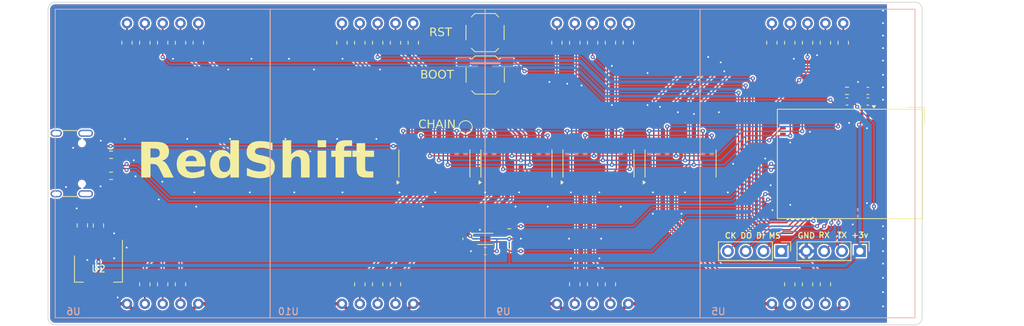
<source format=kicad_pcb>
(kicad_pcb (version 20240108) (generator "pcbnew") (generator_version "8.0")
  (layers (0 "F.Cu" signal) (31 "B.Cu" signal) (34 "B.Paste" user) (35 "F.Paste" user) (36 "B.SilkS" user "B.Silkscreen") (37 "F.SilkS" user "F.Silkscreen") (38 "B.Mask" user) (39 "F.Mask" user) (44 "Edge.Cuts" user))
  (net 0 "")
  (net 1 "RST")
  (net 2 "GND")
  (net 4 "+3V3")
  (net 5 "Net-(U6-F)")
  (net 7 "Net-(U5-B)")
  (net 9 "Net-(U5-C)")
  (net 10 "Net-(U11-QA)")
  (net 11 "Net-(U5-D)")
  (net 12 "Net-(U11-QB)")
  (net 13 "Net-(U5-E)")
  (net 14 "Net-(U11-QC)")
  (net 15 "Net-(U5-F)")
  (net 16 "Net-(U11-QD)")
  (net 17 "Net-(U5-G)")
  (net 18 "Net-(U5-DP)")
  (net 19 "Net-(U11-QE)")
  (net 20 "Net-(U6-A)")
  (net 21 "Net-(U11-QF)")
  (net 22 "Net-(U6-B)")
  (net 23 "Net-(U11-QG)")
  (net 24 "Net-(U6-C)")
  (net 25 "Net-(U13-QA)")
  (net 26 "Net-(U6-D)")
  (net 27 "Net-(U13-QB)")
  (net 28 "Net-(U6-E)")
  (net 29 "Net-(U13-QC)")
  (net 30 "Net-(U5-A)")
  (net 31 "Net-(U13-QD)")
  (net 32 "Net-(U6-G)")
  (net 33 "Net-(U6-DP)")
  (net 34 "Net-(U13-QE)")
  (net 35 "Net-(U9-A)")
  (net 36 "Net-(U13-QF)")
  (net 37 "Net-(U9-B)")
  (net 38 "Net-(U13-QG)")
  (net 39 "Net-(U9-C)")
  (net 40 "Net-(U12-QA)")
  (net 41 "Net-(U9-D)")
  (net 42 "Net-(U12-QB)")
  (net 43 "Net-(U9-E)")
  (net 44 "Net-(U12-QC)")
  (net 45 "Net-(U9-F)")
  (net 46 "Net-(U12-QD)")
  (net 47 "Net-(U9-G)")
  (net 48 "Net-(U9-DP)")
  (net 49 "Net-(U12-QE)")
  (net 50 "Net-(U10-A)")
  (net 51 "Net-(U12-QF)")
  (net 52 "Net-(U10-B)")
  (net 53 "Net-(U12-QG)")
  (net 54 "Net-(U10-G)")
  (net 55 "Net-(U10-DP)")
  (net 56 "Net-(U14-QA)")
  (net 57 "Net-(U10-F)")
  (net 58 "Net-(U14-QB)")
  (net 59 "Net-(U10-E)")
  (net 60 "Net-(U14-QC)")
  (net 61 "Net-(U10-D)")
  (net 62 "Net-(U14-QD)")
  (net 63 "Net-(U10-C)")
  (net 64 "Net-(J1-CC2)")
  (net 65 "Net-(J1-CC1)")
  (net 66 "VBUS")
  (net 67 "D+")
  (net 68 "D-")
  (net 69 "TMS")
  (net 70 "TDI")
  (net 71 "TDO")
  (net 72 "TCK")
  (net 73 "TX")
  (net 74 "RX")
  (net 75 "SDA")
  (net 76 "SCL")
  (net 81 "IO38")
  (net 82 "IO35")
  (net 83 "IO37")
  (net 84 "IO36")
  (net 85 "Net-(U14-QE)")
  (net 86 "Net-(U14-QF)")
  (net 87 "Net-(U14-QG)")
  (net 88 "BOOT")
  (net 89 "CHAIN")
  (net 91 "/Displays/TH")
  (net 92 "Latch")
  (net 93 "SRCLK")
  (net 94 "/Displays/OH")
  (net 97 "/Displays/TM")
  (net 99 "TIME_DATA")
  (net 120 "~{Brightness}")
  (footprint "Capacitor_SMD:C_0603_1608Metric" (layer "F.Cu") (at 259.5372 94.488 180)
    (property "Reference" "C3" (hide yes))
    (property "Value" "100n")
  )
  (footprint "Resistor_SMD:R_0805_2012Metric" (layer "F.Cu") (at 228.3968 86.106 90)
    (property "Reference" "R41" (hide yes))
    (property "Value" "100")
  )
  (footprint "Resistor_SMD:R_0603_1608Metric" (layer "F.Cu") (at 259.5372 92.964)
    (property "Reference" "R3" (hide yes))
    (property "Value" "10k")
  )
  (footprint "Resistor_SMD:R_0805_2012Metric" (layer "F.Cu") (at 167.1828 86.106 90)
    (property "Reference" "R27" (hide yes))
    (property "Value" "100" (hide yes))
  )
  (footprint "Resistor_SMD:R_0805_2012Metric" (layer "F.Cu") (at 162.1028 120.5484 -90)
    (property "Reference" "R24" (hide yes))
    (property "Value" "100")
  )
  (footprint "Resistor_SMD:R_0603_1608Metric" (layer "F.Cu") (at 154.7622 105.0798)
    (property "Reference" "R2" (hide yes))
    (property "Value" "5k1")
  )
  (footprint "Package_SO:SOIC-16_3.9x9.9mm_P1.27mm" (layer "F.Cu") (at 235.839 103.3272 90)
    (property "Reference" "U11" (hide yes))
    (property "Value" "74HC595")
  )
  (footprint "Resistor_SMD:R_0603_1608Metric" (layer "F.Cu") (at 154.7622 102.0826)
    (property "Reference" "R1" (hide yes))
    (property "Value" "5k1")
  )
  (footprint "Capacitor_SMD:C_0603_1608Metric" (layer "F.Cu") (at 262.509 94.488)
    (property "Reference" "C7" (hide yes))
    (property "Value" "100n")
  )
  (footprint "Resistor_SMD:R_0805_2012Metric" (layer "F.Cu") (at 197.7898 86.106 90)
    (property "Reference" "R49" (hide yes))
    (property "Value" "100")
  )
  (footprint "Button_Switch_SMD:SW_SPST_SKQG_WithStem" (layer "F.Cu") (at 208.0006 84.6582)
    (property "Reference" "SW2" (hide yes))
    (property "Value" "SW_Push")
  )
  (footprint "Resistor_SMD:R_0805_2012Metric" (layer "F.Cu") (at 192.7098 120.5484 -90)
    (property "Reference" "R46" (hide yes))
    (property "Value" "100")
  )
  (footprint "Resistor_SMD:R_0805_2012Metric" (layer "F.Cu") (at 253.9238 86.106 90)
    (property "Reference" "R20" (hide yes))
    (property "Value" "1000")
  )
  (footprint "Resistor_SMD:R_0805_2012Metric" (layer "F.Cu") (at 187.6298 86.106 90)
    (property "Reference" "R44" (hide yes))
    (property "Value" "100")
  )
  (footprint "Resistor_SMD:R_0805_2012Metric" (layer "F.Cu") (at 251.3838 120.5484 -90)
    (property "Reference" "R15" (hide yes))
    (property "Value" "100")
  )
  (footprint "Capacitor_SMD:C_0603_1608Metric" (layer "F.Cu") (at 262.509 92.964)
    (property "Reference" "C6" (hide yes))
    (property "Value" "22u")
  )
  (footprint "Package_SO:SOIC-16_3.9x9.9mm_P1.27mm" (layer "F.Cu") (at 212.471 103.3272 90)
    (property "Reference" "U14" (hide yes))
    (property "Value" "74HC595")
  )
  (footprint "Resistor_SMD:R_0805_2012Metric" (layer "F.Cu") (at 159.5628 86.106 90)
    (property "Reference" "R21" (hide yes))
    (property "Value" "100" (hide yes))
  )
  (footprint "Resistor_SMD:R_0805_2012Metric" (layer "F.Cu") (at 218.2368 86.106 90)
    (property "Reference" "R36" (hide yes))
    (property "Value" "100")
  )
  (footprint "Resistor_SMD:R_0805_2012Metric" (layer "F.Cu") (at 192.7098 86.106 90)
    (property "Reference" "R50" (hide yes))
    (property "Value" "1000")
  )
  (footprint "Resistor_SMD:R_0805_2012Metric" (layer "F.Cu") (at 251.3838 86.106 90)
    (property "Reference" "R13" (hide yes))
    (property "Value" "100")
  )
  (footprint "Resistor_SMD:R_0805_2012Metric" (layer "F.Cu") (at 159.5628 120.5484 -90)
    (property "Reference" "R23" (hide yes))
    (property "Value" "100")
  )
  (footprint "Capacitor_SMD:C_0603_1608Metric" (layer "F.Cu") (at 208.026 115.824 180)
    (property "Reference" "C5" (hide yes))
    (property "Value" "100n" (hide yes))
  )
  (footprint "Ian's Custom Components:WSOF6" (layer "F.Cu") (at 208.026 114.0714 -90)
    (property "Reference" "PD1" (hide yes))
    (property "Value" "BH1730" (hide yes))
  )
  (footprint "Package_TO_SOT_SMD:SOT-223-3_TabPin2" (layer "F.Cu") (at 152.9588 118.3386 -90)
    (property "Reference" "U2")
    (property "Value" "AMS1117-3.3")
  )
  (footprint "Connector_PinHeader_2.54mm:PinHeader_1x04_P2.54mm_Vertical" (layer "F.Cu") (at 250.19 115.824 -90)
    (property "Reference" "J3" (hide yes))
    (property "Value" "Conn_01x04" (hide yes))
  )
  (footprint "Capacitor_SMD:C_0805_2012Metric" (layer "F.Cu") (at 150.6728 112.1562 90)
    (property "Reference" "C1" (hide yes))
    (property "Value" "10u" (hide yes))
  )
  (footprint "Resistor_SMD:R_0805_2012Metric" (layer "F.Cu") (at 225.8568 86.106 90)
    (property "Reference" "R40" (hide yes))
    (property "Value" "100")
  )
  (footprint "TestPoint:TestPoint_Pad_D1.5mm" (layer "F.Cu") (at 205.232 98.171)
    (property "Reference" "TP1" (hide yes))
    (property "Value" "CHAIN")
  )
  (footprint "Connector_USB:USB_C_Receptacle_HRO_TYPE-C-31-M-12" (layer "F.Cu") (at 148.0046 103.3272 -90)
    (property "Reference" "J1" (hide yes))
    (property "Value" "USB_C_Receptacle_USB2.0")
  )
  (footprint "Resistor_SMD:R_0805_2012Metric" (layer "F.Cu") (at 256.4638 86.106 90)
    (property "Reference" "R18" (hide yes))
    (property "Value" "100")
  )
  (footprint "Resistor_SMD:R_0805_2012Metric" (layer "F.Cu") (at 248.8438 86.106 90)
    (property "Reference" "R14" (hide yes))
    (property "Value" "100")
  )
  (footprint "Resistor_SMD:R_0603_1608Metric" (layer "F.Cu") (at 211.455 113.157)
    (property "Reference" "R7" (hide yes))
    (property "Value" "4k7")
  )
  (footprint "Button_Switch_SMD:SW_SPST_SKQG_WithStem" (layer "F.Cu") (at 208.026 90.7034)
    (property "Reference" "SW1" (hide yes))
    (property "Value" "SW_Push")
  )
  (footprint "Capacitor_SMD:C_0805_2012Metric" (layer "F.Cu") (at 152.9588 112.1664 90)
    (property "Reference" "C2" (hide yes))
    (property "Value" "10u" (hide yes))
  )
  (footprint "Resistor_SMD:R_0805_2012Metric" (layer "F.Cu") (at 225.8568 120.5484 -90)
    (property "Reference" "R39" (hide yes))
    (property "Value" "100")
  )
  (footprint "Resistor_SMD:R_0805_2012Metric" (layer "F.Cu") (at 190.1698 86.106 90)
    (property "Reference" "R43" (hide yes))
    (property "Value" "100")
  )
  (footprint "Resistor_SMD:R_0603_1608Metric" (layer "F.Cu") (at 211.455 114.9858)
    (property "Reference" "R8" (hide yes))
    (property "Value" "4k7")
  )
  (footprint "Package_SO:SOIC-16_3.9x9.9mm_P1.27mm" (layer "F.Cu") (at 200.787 103.3272 90)
    (property "Reference" "U13" (hide yes))
    (property "Value" "74HC595")
  )
  (footprint "Resistor_SMD:R_0805_2012Metric" (layer "F.Cu") (at 164.6428 120.5484 -90)
    (property "Reference" "R25" (hide yes))
    (property "Value" "100")
  )
  (footprint "Connector_PinHeader_2.54mm:PinHeader_1x04_P2.54mm_Vertical" (layer "F.Cu") (at 261.366 115.824 -90)
    (property "Reference" "J2" (hide yes))
    (property "Value" "Conn_01x04" (hide yes))
  )
  (footprint "Resistor_SMD:R_0805_2012Metric" (layer "F.Cu") (at 259.0038 86.106 90)
    (property "Reference" "R19" (hide yes))
    (property "Value" "100")
  )
  (footprint "Resistor_SMD:R_0805_2012Metric" (layer "F.Cu") (at 195.2498 86.106 90)
    (property "Reference" "R48" (hide yes))
    (property "Value" "100")
  )
  (footprint "Resistor_SMD:R_0805_2012Metric" (layer "F.Cu") (at 220.7768 120.5484 -90)
    (property "Reference" "R37" (hide yes))
    (property "Value" "100")
  )
  (footprint "Resistor_SMD:R_0805_2012Metric" (layer "F.Cu") (at 190.1698 120.5484 -90)
    (property "Reference" "R45" (hide yes))
    (property "Value" "100")
  )
  (footprint "RF_Module:ESP32-S2-MINI-1" (layer "F.Cu") (at 259.969 103.378 -90)
    (property "Reference" "U3" (hide yes))
    (property "Value" "ESP32-S3-MINI-1")
  )
  (footprint "Resistor_SMD:R_0805_2012Metric" (layer "F.Cu") (at 164.6428 86.106 90)
    (property "Reference" "R26" (hide yes))
    (property "Value" "100" (hide yes))
  )
  (footprint "Resistor_SMD:R_0805_2012Metric" (layer "F.Cu") (at 195.2498 120.5484 -90)
    (property "Reference" "R47" (hide yes))
    (property "Value" "100")
  )
  (footprint "Resistor_SMD:R_0805_2012Metric" (layer "F.Cu") (at 223.3168 120.5484 -90)
    (property "Reference" "R38" (hide yes))
    (property "Value" "100")
  )
  (footprint "Resistor_SMD:R_0805_2012Metric" (layer "F.Cu") (at 223.3168 86.106 90)
    (property "Reference" "R42" (hide yes))
    (property "Value" "1000")
  )
  (footprint "Capacitor_SMD:C_0603_1608Metric" (layer "F.Cu") (at 205.359 114.0714 -90)
    (property "Reference" "C4" (hide yes))
    (property "Value" "100n" (hide yes))
  )
  (footprint "Resistor_SMD:R_0805_2012Metric" (layer "F.Cu") (at 162.1028 86.106 90)
    (property "Reference" "R28" (hide yes))
    (property "Value" "1000" (hide yes))
  )
  (footprint "Resistor_SMD:R_0805_2012Metric" (layer "F.Cu") (at 220.7768 86.106 90)
    (property "Reference" "R35" (hide yes))
    (property "Value" "100")
  )
  (footprint "Package_SO:SOIC-16_3.9x9.9mm_P1.27mm" (layer "F.Cu") (at 224.155 103.3272 90)
    (property "Reference" "U12" (hide yes))
    (property "Value" "74HC595")
  )
  (footprint "Resistor_SMD:R_0805_2012Metric" (layer "F.Cu") (at 157.0228 86.106 90)
    (property "Reference" "R22" (hide yes))
    (property "Value" "100" (hide yes))
  )
  (footprint "Resistor_SMD:R_0805_2012Metric" (layer "F.Cu") (at 253.9238 120.5484 -90)
    (property "Reference" "R16" (hide yes))
    (property "Value" "100")
  )
  (footprint "Resistor_SMD:R_0805_2012Metric" (layer "F.Cu") (at 256.4638 120.5484 -90)
    (property "Reference" "R17" (hide yes))
    (property "Value" "100")
  )
  (footprint "Ian's Custom Components:Segment_Display_1-5_inch" (layer "B.Cu") (at 253.9238 103.3272 180)
    (property "Reference" "U5")
    (property "Value" "FJ15101BH")
  )
  (footprint "Ian's Custom Components:Segment_Display_1-5_inch" (layer "B.Cu") (at 192.7098 103.3272 180)
    (property "Reference" "U10")
    (property "Value" "FJ15101BH")
  )
  (footprint "Ian's Custom Components:Segment_Display_1-5_inch" (layer "B.Cu") (at 223.3168 103.3272 180)
    (property "Reference" "U9")
    (property "Value" "FJ15101BH")
  )
  (footprint "Ian's Custom Components:Segment_Display_1-5_inch" (layer "B.Cu") (at 162.1028 103.3272 180)
    (property "Reference" "U6")
    (property "Value" "FJ15101BH")
  )
  (gr_line (start 270.24 81.3308) (end 270.24 125.323599) (stroke (width 0.1)) (layer "Edge.Cuts"))
  (gr_arc (start 146.786601 126.323599) (mid 146.079494 126.030706) (end 145.786601 125.323599) (stroke (width 0.1)) (layer "Edge.Cuts"))
  (gr_arc (start 269.24 80.3308) (mid 269.947107 80.623693) (end 270.24 81.3308) (stroke (width 0.1)) (layer "Edge.Cuts"))
  (gr_line (start 146.786601 80.3308) (end 269.24 80.3308) (stroke (width 0.1)) (layer "Edge.Cuts"))
  (gr_line (start 145.786601 125.323599) (end 145.786601 81.3308) (stroke (width 0.1)) (layer "Edge.Cuts"))
  (gr_arc (start 145.786601 81.3308) (mid 146.079494 80.623693) (end 146.786601 80.3308) (stroke (width 0.1)) (layer "Edge.Cuts"))
  (gr_arc (start 270.24 125.323599) (mid 269.947107 126.030706) (end 269.24 126.323599) (stroke (width 0.1)) (layer "Edge.Cuts"))
  (gr_line (start 269.24 126.323599) (end 146.786601 126.323599) (stroke (width 0.1)) (layer "Edge.Cuts"))
  (gr_text "TX" (at 258.826 113.538 0) (layer "F.SilkS") (effects (font (size 0.8 0.8) (thickness 0.15) (bold yes))))
  (gr_text "+3v" (at 261.366 113.538 0) (layer "F.SilkS") (effects (font (size 0.8 0.8))))
  (gr_text "RedShift" (at 175.387 103.251 0) (layer "F.SilkS") (effects (font (size 5 5) (thickness 0.3) (bold yes))))
  (gr_text "CK DO DI MS" (at 246.126 113.6142 0) (layer "F.SilkS") (effects (font (size 0.8 0.8))))
  (gr_text "BOOT" (at 201.168 90.7034 0) (layer "F.SilkS") (effects (font (size 1.2 1.2))))
  (gr_text "RX" (at 256.286 113.538 0) (layer "F.SilkS") (effects (font (size 0.8 0.8))))
  (gr_text "GND" (at 253.746 113.6142 0) (layer "F.SilkS") (effects (font (size 0.8 0.8))))
  (gr_text "RST\n" (at 201.676 84.6582 0) (layer "F.SilkS") (effects (font (size 1.2 1.2))))
  (segment (start 211.4508 82.8082) (end 211.1006 82.8082) (width 0.2) (layer "F.Cu") (net 1))
  (segment (start 260.858 90.8182) (end 260.858 82.5246) (width 0.2) (layer "F.Cu") (net 1))
  (segment (start 212.8012 81.4578) (end 211.4508 82.8082) (width 0.2) (layer "F.Cu") (net 1))
  (segment (start 258.7122 92.964) (end 260.858 90.8182) (width 0.2) (layer "F.Cu") (net 1))
  (segment (start 260.858 82.5246) (end 259.7912 81.4578) (width 0.2) (layer "F.Cu") (net 1))
  (segment (start 211.1006 82.8082) (end 204.9006 82.8082) (width 0.2) (layer "F.Cu") (net 1))
  (segment (start 259.7912 81.4578) (end 212.8012 81.4578) (width 0.2) (layer "F.Cu") (net 1))
  (segment (start 258.7122 92.964) (end 258.7882 92.964) (width 0.2) (layer "F.Cu") (net 1))
  (segment (start 260.985 95.1608) (end 260.985 95.25) (width 0.2) (layer "F.Cu") (net 1))
  (segment (start 263.369001 109.445001) (end 263.369001 110.378) (width 0.2) (layer "F.Cu") (net 1))
  (segment (start 260.3122 94.488) (end 260.985 95.1608) (width 0.2) (layer "F.Cu") (net 1))
  (segment (start 258.7882 92.964) (end 260.3122 94.488) (width 0.2) (layer "F.Cu") (net 1))
  (via (at 263.369001 109.445001) (size 0.6) (drill 0.25) (layers "F.Cu" "B.Cu") (net 1))
  (via (at 260.985 95.25) (size 0.6) (drill 0.25) (layers "F.Cu" "B.Cu") (net 1))
  (segment (start 263.369001 97.634001) (end 260.985 95.25) (width 0.2) (layer "B.Cu") (net 1))
  (segment (start 263.369001 109.445001) (end 263.369001 97.634001) (width 0.2) (layer "B.Cu") (net 1))
  (segment (start 206.626 114.5032) (end 205.7022 114.5032) (width 0.2) (layer "F.Cu") (net 2))
  (segment (start 206.626 115.199) (end 207.251 115.824) (width 0.2) (layer "F.Cu") (net 2))
  (segment (start 152.9486 111.2062) (end 152.9588 111.2164) (width 0.5) (layer "F.Cu") (net 2))
  (segment (start 205.7022 114.5032) (end 205.359 114.8464) (width 0.2) (layer "F.Cu") (net 2))
  (segment (start 150.6728 111.2062) (end 152.9486 111.2062) (width 0.5) (layer "F.Cu") (net 2))
  (segment (start 206.626 114.5032) (end 206.626 115.199) (width 0.2) (layer "F.Cu") (net 2))
  (via (at 193.04 89.916) (size 0.6) (drill 0.25) (layers "F.Cu" "B.Cu") (net 2))
  (via (at 212.852 107.442) (size 0.6) (drill 0.25) (layers "F.Cu" "B.Cu") (net 2))
  (via (at 247.904 102.616) (size 0.6) (drill 0.25) (layers "F.Cu" "B.Cu") (net 2))
  (via (at 216.916 109.474) (size 0.6) (drill 0.25) (layers "F.Cu" "B.Cu") (net 2))
  (via (at 251.46 100.33) (size 0.6) (drill 0.25) (layers "F.Cu" "B.Cu") (net 2))
  (via (at 171.704 99.822) (size 0.6) (drill 0.25) (layers "F.Cu" "B.Cu") (net 2))
  (via (at 213.106 114.046) (size 0.6) (drill 0.25) (layers "F.Cu" "B.Cu") (net 2))
  (via (at 155.702 122.428) (size 0.6) (drill 0.25) (layers "F.Cu" "B.Cu") (net 2))
  (via (at 168.91 101.6) (size 0.6) (drill 0.25) (layers "F.Cu" "B.Cu") (net 2))
  (via (at 171.45 89.916) (size 0.6) (drill 0.25) (layers "F.Cu" "B.Cu") (net 2))
  (via (at 166.878 109.474) (size 0.6) (drill 0.25) (layers "F.Cu" "B.Cu") (net 2))
  (via (at 260.35 112.014) (size 0.6) (drill 0.25) (layers "F.Cu" "B.Cu") (net 2))
  (via (at 207.264 112.776) (size 0.6) (drill 0.25) (layers "F.Cu" "B.Cu") (net 2))
  (via (at 180.848 107.442) (size 0.6) (drill 0.25) (layers "F.Cu" "B.Cu") (net 2))
  (via (at 242.062 90.17) (size 0.6) (drill 0.25) (layers "F.Cu" "B.Cu") (net 2))
  (via (at 264.668 115.824) (size 0.6) (drill 0.25) (layers "F.Cu" "B.Cu") (net 2))
  (via (at 224.536 114.046) (size 0.6) (drill 0.25) (layers "F.Cu" "B.Cu") (net 2))
  (via (at 241.554 88.9) (size 0.6) (drill 0.25) (layers "F.Cu" "B.Cu") (net 2))
  (via (at 179.578 99.822) (size 0.6) (drill 0.25) (layers "F.Cu" "B.Cu") (net 2))
  (via (at 262.382 108.966) (size 0.6) (drill 0.25) (layers "F.Cu" "B.Cu") (net 2))
  (via (at 217.17 91.694) (size 0.6) (drill 0.25) (layers "F.Cu" "B.Cu") (net 2))
  (via (at 251.46 109.22) (size 0.6) (drill 0.25) (layers "F.Cu" "B.Cu") (net 2))
  (via (at 155.194 116.84) (size 0.6) (drill 0.25) (layers "F.Cu" "B.Cu") (net 2))
  (via (at 232.918 95.25) (size 0.6) (drill 0.25) (layers "F.Cu" "B.Cu") (net 2))
  (via (at 264.668 81.534) (size 0.6) (drill 0.25) (layers "F.Cu" "B.Cu") (net 2))
  (via (at 241.3 96.012) (size 0.6) (drill 0.25) (layers "F.Cu" "B.Cu") (net 2))
  (via (at 174.752 88.392) (size 0.6) (drill 0.25) (layers "F.Cu" "B.Cu") (net 2))
  (via (at 205.994 115.824) (size 0.6) (drill 0.25) (layers "F.Cu" "B.Cu") (net 2))
  (via (at 149.86 109.728) (size 0.6) (drill 0.25) (layers "F.Cu" "B.Cu") (net 2))
  (via (at 212.344 109.474) (size 0.6) (drill 0.25) (layers "F.Cu" "B.Cu") (net 2))
  (via (at 163.576 88.392) (size 0.6) (drill 0.25) (layers "F.Cu" "B.Cu") (net 2))
  (via (at 264.668 112.268) (size 0.6) (drill 0.25) (layers "F.Cu" "B.Cu") (net 2))
  (via (at 220.218 116.84) (size 0.6) (drill 0.25) (layers "F.Cu" "B.Cu") (net 2))
  (via (at 243.332 103.378) (size 0.6) (drill 0.25) (layers "F.Cu" "B.Cu") (net 2))
  (via (at 162.052 105.918) (size 0.6) (drill 0.25) (layers "F.Cu" "B.Cu") (net 2))
  (via (at 157.988 102.87) (size 0.6) (drill 0.25) (layers "F.Cu" "B.Cu") (net 2))
  (via (at 264.668 86.868) (size 0.6) (drill 0.25) (layers "F.Cu" "B.Cu") (net 2))
  (via (at 264.668 119.634) (size 0.6) (drill 0.25) (layers "F.Cu" "B.Cu") (net 2))
  (via (at 226.06 94.996) (size 0.6) (drill 0.25) (layers "F.Cu" "B.Cu") (net 2))
  (via (at 264.668 117.602) (size 0.6) (drill 0.25) (layers "F.Cu" "B.Cu") (net 2))
  (via (at 200.914 107.442) (size 0.6) (drill 0.25) (layers "F.Cu" "B.Cu") (net 2))
  (via (at 264.668 92.456) (size 0.6) (drill 0.25) (layers "F.Cu" "B.Cu") (net 2))
  (via (at 224.282 107.442) (size 0.6) (drill 0.25) (layers "F.Cu" "B.Cu") (net 2))
  (via (at 221.742 92.202) (size 0.6) (drill 0.25) (layers "F.Cu" "B.Cu") (net 2))
  (via (at 187.706 107.442) (size 0.6) (drill 0.25) (layers "F.Cu" "B.Cu") (net 2))
  (via (at 248.92 109.982) (size 0.6) (drill 0.25) (layers "F.Cu" "B.Cu") (net 2))
  (via (at 158.242 105.156) (size 0.6) (drill 0.25) (layers "F.Cu" "B.Cu") (net 2))
  (via (at 254.254 98.806) (size 0.6) (drill 0.25) (layers "F.Cu" "B.Cu") (net 2))
  (via (at 156.718 99.822) (size 0.6) (drill 0.25) (layers "F.Cu" "B.Cu") (net 2))
  (via (at 151.384 117.094) (size 0.6) (drill 0.25) (layers "F.Cu" "B.Cu") (net 2))
  (via (at 189.992 101.6) (size 0.6) (drill 0.25) (layers "F.Cu" "B.Cu") (net 2))
  (via (at 208.026 107.442) (size 0.6) (drill 0.25) (layers "F.Cu" "B.Cu") (net 2))
  (via (at 264.668 94.234) (size 0.6) (drill 0.25) (layers "F.Cu" "B.Cu") (net 2))
  (via (at 226.06 89.408) (size 0.6) (drill 0.25) (layers "F.Cu" "B.Cu") (net 2))
  (via (at 251.968 88.392) (size 0.6) (drill 0.25) (layers "F.Cu" "B.Cu") (net 2))
  (via (at 239.776 88.138) (size 0.6) (drill 0.25) (layers "F.Cu" "B.Cu") (net 2))
  (via (at 166.624 107.442) (size 0.6) (drill 0.25) (layers "F.Cu" "B.Cu") (net 2))
  (via (at 183.134 101.6) (size 0.6) (drill 0.25) (layers "F.Cu" "B.Cu") (net 2))
  (via (at 199.136 109.474) (size 0.6) (drill 0.25) (layers "F.Cu" "B.Cu") (net 2))
  (via (at 264.668 85.09) (size 0.6) (drill 0.25) (layers "F.Cu" "B.Cu") (net 2))
  (via (at 155.194 113.284) (size 0.6) (drill 0.25) (layers "F.Cu" "B.Cu") (net 2))
  (via (at 227.33 109.474) (size 0.6) (drill 0.25) (layers "F.Cu" "B.Cu") (net 2))
  (via (at 231.902 110.49) (size 0.6) (drill 0.25) (layers "F.Cu" "B.Cu") (net 2))
  (via (at 165.608 99.822) (size 0.6) (drill 0.25) (layers "F.Cu" "B.Cu") (net 2))
  (via (at 195.834 107.442) (size 0.6) (drill 0.25) (layers "F.Cu" "B.Cu") (net 2))
  (via (at 236.474 107.442) (size 0.6) (drill 0.25) (layers "F.Cu" "B.Cu") (net 2))
  (via (at 248.666 106.426) (size 0.6) (drill 0.25) (layers "F.Cu" "B.Cu") (net 2))
  (via (at 264.668 121.666) (size 0.6) (drill 0.25) (layers "F.Cu" "B.Cu") (net 2))
  (via (at 174.498 107.442) (size 0.6) (drill 0.25) (layers "F.Cu" "B.Cu") (net 2))
  (via (at 231.14 90.424) (size 0.6) (drill 0.25) (layers "F.Cu" "B.Cu") (net 2))
  (via (at 264.668 123.698) (size 0.6) (drill 0.25) (layers "F.Cu" "B.Cu") (net 2))
  (via (at 219.71 91.948) (size 0.6) (drill 0.25) (layers "F.Cu" "B.Cu") (net 2))
  (via (at 220.218 107.442) (size 0.6) (drill 0.25) (layers "F.Cu" "B.Cu") (net 2))
  (via (at 161.544 108.458) (size 0.6) (drill 0.25) (layers "F.Cu" "B.Cu") (net 2))
  (via (at 153.2636 106.5784) (size 0.6) (drill 0.25) (layers "F.Cu" "B.Cu") (net 2))
  (via (at 264.668 114.046) (size 0.6) (drill 0.25) (layers "F.Cu" "B.Cu") (net 2))
  (via (at 262.382 98.298) (size 0.6) (drill 0.25) (layers "F.Cu" "B.Cu") (net 2))
  (via (at 264.668 88.646) (size 0.6) (drill 0.25) (layers "F.Cu" "B.Cu") (net 2))
  (via (at 259.842 97.536) (size 0.6) (drill 0.25) (layers "F.Cu" "B.Cu") (net 2))
  (via (at 264.668 90.678) (size 0.6) (drill 0.25) (layers "F.Cu" "B.Cu") (net 2))
  (via (at 219.964 114.046) (size 0.6) (drill 0.25) (layers "F.Cu" "B.Cu") (net 2))
  (via (at 192.532 99.822) (size 0.6) (drill 0.25) (layers "F.Cu" "B.Cu") (net 2))
  (via (at 187.706 88.392) (size 0.6) (drill 0.25) (layers "F.Cu" "B.Cu") (net 2))
  (via (at 231.14 94.996) (size 0.6) (drill 0.25) (layers "F.Cu" "B.Cu") (net 2))
  (via (at 261.112 91.694) (size 0.6) (drill 0.25) (layers "F.Cu" "B.Cu") (net 2))
  (via (at 148.336 106.68) (size 0.6) (drill 0.25) (layers "F.Cu" "B.Cu") (net 2))
  (via (at 183.642 89.916) (size 0.6) (drill 0.25) (layers "F.Cu" "B.Cu") (net 2))
  (via (at 149.352 101.092) (size 0.6) (drill 0.25) (layers "F.Cu" "B.Cu") (net 2))
  (via (at 224.282 116.84) (size 0.6) (drill 0.25) (layers "F.Cu" "B.Cu") (net 2))
  (via (at 255.27 87.884) (size 0.6) (drill 0.25) (layers "F.Cu" "B.Cu") (net 2))
  (via (at 153.289 100.076) (size 0.6) (drill 0.25) (layers "F.Cu" "B.Cu") (net 2))
  (via (at 231.902 107.442) (size 0.6) (drill 0.25) (layers "F.Cu" "B.Cu") (net 2))
  (via (at 242.57 107.442) (size 0.6) (drill 0.25) (layers "F.Cu" "B.Cu") (net 2))
  (via (at 264.668 83.312) (size 0.6) (drill 0.25) (layers "F.Cu" "B.Cu") (net 2))
  (via (at 235.966 110.49) (size 0.6) (drill 0.25) (layers "F.Cu" "B.Cu") (net 2))
  (via (at 186.944 99.822) (size 0.6) (drill 0.25) (layers "F.Cu" "B.Cu") (net 2))
  (via (at 156.972 115.316) (size 0.6) (drill 0.25) (layers "F.Cu" "B.Cu") (net 2))
  (via (at 237.744 96.266) (size 0.6) (drill 0.25) (layers "F.Cu" "B.Cu") (net 2))
  (via (at 235.458 96.012) (size 0.6) (drill 0.25) (layers "F.Cu" "B.Cu") (net 2))
  (via (at 180.086 88.392) (size 0.6) (drill 0.25) (layers "F.Cu" "B.Cu") (net 2))
  (segment (start 261.669 97.36) (end 261.669 96.378) (width 0.3) (layer "F.Cu") (net 4))
  (segment (start 261.734 92.964) (end 261.734 94.488) (width 0.5) (layer "F.Cu") (net 4))
  (segment (start 211.455 114.0714) (end 212.2546 114.0714) (width 0.2) (layer "F.Cu") (net 4))
  (segment (start 152.9588 113.1164) (end 152.9588 115.1886) (width 0.5) (layer "F.Cu") (net 4))
  (segment (start 205.7022 113.6396) (end 205.359 113.2964) (width 0.2) (layer "F.Cu") (net 4))
  (segment (start 261.669 96.378) (end 261.669 94.553) (width 0.3) (layer "F.Cu") (net 4))
  (segment (start 212.28 113.157) (end 212.28 114.046) (width 0.2) (layer "F.Cu") (net 4))
  (segment (start 208.801 115.824) (end 209.677 115.824) (width 0.2) (layer "F.Cu") (net 4))
  (segment (start 152.9588 117.856) (end 152.9588 117.348) (width 0.5) (layer "F.Cu") (net 4))
  (segment (start 212.28 114.046) (end 212.28 114.9858) (width 0.2) (layer "F.Cu") (net 4))
  (segment (start 261.239 97.79) (end 261.669 97.36) (width 0.3) (layer "F.Cu") (net 4))
  (segment (start 152.9588 121.4886) (end 152.9588 118.364) (width 0.5) (layer "F.Cu") (net 4))
  (segment (start 152.9588 117.348) (end 152.9588 115.1886) (width 0.5) (layer "F.Cu") (net 4))
  (segment (start 205.867 113.6396) (end 206.626 113.6396) (width 0.2) (layer "F.Cu") (net 4))
  (segment (start 212.2546 114.0714) (end 212.28 114.046) (width 0.2) (layer "F.Cu") (net 4))
  (segment (start 205.867 113.6396) (end 205.7022 113.6396) (width 0.2) (layer "F.Cu") (net 4))
  (segment (start 212.2046 113.0816) (end 212.28 113.157) (width 0.2) (layer "F.Cu") (net 4))
  (segment (start 261.669 94.553) (end 261.734 94.488) (width 0.3) (layer "F.Cu") (net 4))
  (segment (start 260.3622 92.964) (end 261.734 92.964) (width 0.5) (layer "F.Cu") (net 4))
  (segment (start 152.9588 118.364) (end 152.9588 117.856) (width 0.5) (layer "F.Cu") (net 4))
  (segment (start 209.426 114.0714) (end 211.455 114.0714) (width 0.2) (layer "F.Cu") (net 4))
  (via (at 209.677 115.824) (size 0.6) (drill 0.25) (layers "F.Cu" "B.Cu") (net 4))
  (via (at 205.867 113.6396) (size 0.6) (drill 0.25) (layers "F.Cu" "B.Cu") (net 4))
  (via (at 211.455 114.0714) (size 0.6) (drill 0.25) (layers "F.Cu" "B.Cu") (net 4))
  (via (at 152.9588 117.348) (size 0.6) (drill 0.25) (layers "F.Cu" "B.Cu") (net 4))
  (via (at 261.239 97.79) (size 0.6) (drill 0.25) (layers "F.Cu" "B.Cu") (net 4))
  (via (at 152.9588 118.364) (size 0.6) (drill 0.25) (layers "F.Cu" "B.Cu") (net 4))
  (via (at 152.9588 117.856) (size 0.6) (drill 0.25) (layers "F.Cu" "B.Cu") (net 4))
  (segment (start 209.677 115.824) (end 209.677 114.0714) (width 0.2) (layer "B.Cu") (net 4))
  (segment (start 259.334 117.856) (end 211.455 117.856) (width 0.5) (layer "B.Cu") (net 4))
  (segment (start 206.2734 114.0714) (end 209.677 114.0714) (width 0.2) (layer "B.Cu") (net 4))
  (segment (start 152.9588 117.348) (end 152.9588 118.364) (width 0.5) (layer "B.Cu") (net 4))
  (segment (start 205.867 113.6396) (end 205.867 113.665) (width 0.2) (layer "B.Cu") (net 4))
  (segment (start 261.239 97.79) (end 261.366 97.917) (width 0.5) (layer "B.Cu") (net 4))
  (segment (start 261.366 115.824) (end 259.334 117.856) (width 0.5) (layer "B.Cu") (net 4))
  (segment (start 261.366 97.917) (end 261.366 115.824) (width 0.5) (layer "B.Cu") (net 4))
  (segment (start 211.455 114.0714) (end 211.455 117.856) (width 0.2) (layer "B.Cu") (net 4))
  (segment (start 205.867 113.665) (end 206.2734 114.0714) (width 0.2) (layer "B.Cu") (net 4))
  (segment (start 152.9588 117.856) (end 211.455 117.856) (width 0.5) (layer "B.Cu") (net 4))
  (segment (start 209.677 114.0714) (end 211.455 114.0714) (width 0.2) (layer "B.Cu") (net 4))
  (segment (start 164.6428 83.3272) (end 164.6428 85.1935) (width 0.25) (layer "F.Cu") (net 5))
  (segment (start 248.8438 85.1935) (end 248.8438 83.3272) (width 0.25) (layer "F.Cu") (net 7))
  (segment (start 251.3838 123.3272) (end 251.3838 121.4609) (width 0.25) (layer "F.Cu") (net 9))
  (segment (start 249.936 88.265) (end 251.1825 87.0185) (width 0.2) (layer "F.Cu") (net 10))
  (segment (start 232.7148 100.8014) (end 232.7148 96.8502) (width 0.2) (layer "F.Cu") (net 10))
  (segment (start 232.7148 96.8502) (end 241.3 88.265) (width 0.2) (layer "F.Cu") (net 10))
  (segment (start 251.1825 87.0185) (end 251.3838 87.0185) (width 0.2) (layer "F.Cu") (net 10))
  (segment (start 241.3 88.265) (end 249.936 88.265) (width 0.2) (layer "F.Cu") (net 10))
  (segment (start 232.664 100.8522) (end 232.7148 100.8014) (width 0.2) (layer "F.Cu") (net 10))
  (segment (start 253.9238 121.4609) (end 253.9238 123.3272) (width 0.25) (layer "F.Cu") (net 11))
  (segment (start 232.029 94.4372) (end 232.029 104.521) (width 0.2) (layer "F.Cu") (net 12))
  (segment (start 232.029 104.521) (end 231.394 105.156) (width 0.2) (layer "F.Cu") (net 12))
  (segment (start 248.8438 87.0185) (end 239.4477 87.0185) (width 0.2) (layer "F.Cu") (net 12))
  (segment (start 239.4477 87.0185) (end 232.029 94.4372) (width 0.2) (layer "F.Cu") (net 12))
  (segment (start 231.394 105.156) (end 231.394 105.8022) (width 0.2) (layer "F.Cu") (net 12))
  (segment (start 256.4638 123.3272) (end 256.4638 121.4609) (width 0.25) (layer "F.Cu") (net 13))
  (segment (start 241.1749 119.6359) (end 251.3838 119.6359) (width 0.2) (layer "F.Cu") (net 14))
  (segment (start 232.664 111.125) (end 241.1749 119.6359) (width 0.2) (layer "F.Cu") (net 14))
  (segment (start 232.664 105.8022) (end 232.664 111.125) (width 0.2) (layer "F.Cu") (net 14))
  (segment (start 256.4638 85.1935) (end 256.4638 83.3272) (width 0.25) (layer "F.Cu") (net 15))
  (segment (start 241.173 118.364) (end 252.6519 118.364) (width 0.2) (layer "F.Cu") (net 16))
  (segment (start 233.934 111.125) (end 241.173 118.364) (width 0.2) (layer "F.Cu") (net 16))
  (segment (start 252.6519 118.364) (end 253.9238 119.6359) (width 0.2) (layer "F.Cu") (net 16))
  (segment (start 233.934 105.8022) (end 233.934 111.125) (width 0.2) (layer "F.Cu") (net 16))
  (segment (start 259.0038 83.3272) (end 259.0038 85.1935) (width 0.25) (layer "F.Cu") (net 17))
  (segment (start 253.9238 83.3272) (end 253.9238 85.1935) (width 0.25) (layer "F.Cu") (net 18))
  (segment (start 241.808 117.475) (end 254.3029 117.475) (width 0.2) (layer "F.Cu") (net 19))
  (segment (start 235.204 110.871) (end 241.808 117.475) (width 0.2) (layer "F.Cu") (net 19))
  (segment (start 254.3029 117.475) (end 256.4638 119.6359) (width 0.2) (layer "F.Cu") (net 19))
  (segment (start 235.204 105.8022) (end 235.204 110.871) (width 0.2) (layer "F.Cu") (net 19))
  (segment (start 159.5628 83.3272) (end 159.5628 85.1935) (width 0.25) (layer "F.Cu") (net 20))
  (segment (start 255.016 89.408) (end 256.4638 87.9602) (width 0.2) (layer "F.Cu") (net 21))
  (segment (start 237.109 94.234) (end 241.935 89.408) (width 0.2) (layer "F.Cu") (net 21))
  (segment (start 237.109 103.251) (end 237.109 94.234) (width 0.2) (layer "F.Cu") (net 21))
  (segment (start 236.474 103.886) (end 237.109 103.251) (width 0.2) (layer "F.Cu") (net 21))
  (segment (start 236.474 105.8022) (end 236.474 103.886) (width 0.2) (layer "F.Cu") (net 21))
  (segment (start 241.935 89.408) (end 255.016 89.408) (width 0.2) (layer "F.Cu") (net 21))
  (segment (start 256.4638 87.9602) (end 256.4638 87.0185) (width 0.2) (layer "F.Cu") (net 21))
  (segment (start 157.0228 85.1935) (end 157.0228 83.3272) (width 0.25) (layer "F.Cu") (net 22))
  (segment (start 238.344 102.835) (end 238.506 102.997) (width 0.2) (layer "F.Cu") (net 23))
  (segment (start 259.0038 87.0185) (end 255.7253 90.297) (width 0.2) (layer "F.Cu") (net 23))
  (segment (start 243.205 90.297) (end 238.344 95.158) (width 0.2) (layer "F.Cu") (net 23))
  (segment (start 238.344 95.158) (end 238.344 102.835) (width 0.2) (layer "F.Cu") (net 23))
  (segment (start 237.744 105.156) (end 237.744 105.8022) (width 0.2) (layer "F.Cu") (net 23))
  (segment (start 255.7253 90.297) (end 243.205 90.297) (width 0.2) (layer "F.Cu") (net 23))
  (segment (start 238.506 102.997) (end 238.506 104.394) (width 0.2) (layer "F.Cu") (net 23))
  (segment (start 238.506 104.394) (end 237.744 105.156) (width 0.2) (layer "F.Cu") (net 23))
  (segment (start 159.5628 121.4609) (end 159.5628 123.3272) (width 0.25) (layer "F.Cu") (net 24))
  (segment (start 197.612 98.171) (end 197.612 100.8522) (width 0.2) (layer "F.Cu") (net 25))
  (segment (start 170.0803 97.536) (end 196.977 97.536) (width 0.2) (layer "F.Cu") (net 25))
  (segment (start 159.5628 87.0185) (end 170.0803 97.536) (width 0.2) (layer "F.Cu") (net 25))
  (segment (start 196.977 97.536) (end 197.612 98.171) (width 0.2) (layer "F.Cu") (net 25))
  (segment (start 162.1028 123.3272) (end 162.1028 121.4609) (width 0.25) (layer "F.Cu") (net 26))
  (segment (start 196.342 105.8022) (end 175.8065 105.8022) (width 0.2) (layer "F.Cu") (net 27))
  (segment (start 175.8065 105.8022) (end 157.0228 87.0185) (width 0.2) (layer "F.Cu") (net 27))
  (segment (start 164.6428 121.4609) (end 164.6428 123.3272) (width 0.25) (layer "F.Cu") (net 28))
  (segment (start 195.072 109.474) (end 168.275 109.474) (width 0.2) (layer "F.Cu") (net 29))
  (segment (start 197.612 105.8022) (end 197.612 106.934) (width 0.2) (layer "F.Cu") (net 29))
  (segment (start 168.275 109.474) (end 159.5628 118.1862) (width 0.2) (layer "F.Cu") (net 29))
  (segment (start 197.612 106.934) (end 195.072 109.474) (width 0.2) (layer "F.Cu") (net 29))
  (segment (start 159.5628 118.1862) (end 159.5628 119.6359) (width 0.2) (layer "F.Cu") (net 29))
  (segment (start 251.3838 85.1935) (end 251.3838 83.3272) (width 0.25) (layer "F.Cu") (net 30))
  (segment (start 168.91 110.617) (end 195.453 110.617) (width 0.2) (layer "F.Cu") (net 31))
  (segment (start 198.882 107.188) (end 198.882 105.8022) (width 0.2) (layer "F.Cu") (net 31))
  (segment (start 162.1028 119.6359) (end 162.1028 117.4242) (width 0.2) (layer "F.Cu") (net 31))
  (segment (start 195.453 110.617) (end 198.882 107.188) (width 0.2) (layer "F.Cu") (net 31))
  (segment (start 162.1028 117.4242) (end 168.91 110.617) (width 0.2) (layer "F.Cu") (net 31))
  (segment (start 167.1828 85.1935) (end 167.1828 83.3272) (width 0.25) (layer "F.Cu") (net 32))
  (segment (start 162.1028 85.1935) (end 162.1028 83.3272) (width 0.25) (layer "F.Cu") (net 33))
  (segment (start 195.707 111.76) (end 169.291 111.76) (width 0.2) (layer "F.Cu") (net 34))
  (segment (start 169.291 111.76) (end 164.6428 116.4082) (width 0.2) (layer "F.Cu") (net 34))
  (segment (start 200.152 105.8022) (end 200.152 107.315) (width 0.2) (layer "F.Cu") (net 34))
  (segment (start 200.152 107.315) (end 195.707 111.76) (width 0.2) (layer "F.Cu") (net 34))
  (segment (start 164.6428 116.4082) (end 164.6428 119.6359) (width 0.2) (layer "F.Cu") (net 34))
  (segment (start 220.7768 85.1935) (end 220.7768 83.3272) (width 0.25) (layer "F.Cu") (net 35))
  (segment (start 199.009 96.52) (end 200.787 98.298) (width 0.2) (layer "F.Cu") (net 36))
  (segment (start 200.787 98.298) (end 200.787 104.521) (width 0.2) (layer "F.Cu") (net 36))
  (segment (start 201.422 105.156) (end 201.422 105.8022) (width 0.2) (layer "F.Cu") (net 36))
  (segment (start 174.1443 96.52) (end 199.009 96.52) (width 0.2) (layer "F.Cu") (net 36))
  (segment (start 200.787 104.521) (end 201.422 105.156) (width 0.2) (layer "F.Cu") (net 36))
  (segment (start 164.6428 87.0185) (end 174.1443 96.52) (width 0.2) (layer "F.Cu") (net 36))
  (segment (start 218.2368 83.3272) (end 218.2368 85.1935) (width 0.25) (layer "F.Cu") (net 37))
  (segment (start 202.057 104.14) (end 202.057 98.044) (width 0.2) (layer "F.Cu") (net 38))
  (segment (start 202.692 104.775) (end 202.057 104.14) (width 0.2) (layer "F.Cu") (net 38))
  (segment (start 202.057 98.044) (end 199.39 95.377) (width 0.2) (layer "F.Cu") (net 38))
  (segment (start 175.5413 95.377) (end 167.1828 87.0185) (width 0.2) (layer "F.Cu") (net 38))
  (segment (start 202.692 105.8022) (end 202.692 104.775) (width 0.2) (layer "F.Cu") (net 38))
  (segment (start 199.39 95.377) (end 175.5413 95.377) (width 0.2) (layer "F.Cu") (net 38))
  (segment (start 220.7768 123.3272) (end 220.7768 121.4609) (width 0.25) (layer "F.Cu") (net 39))
  (segment (start 220.98 87.2217) (end 220.98 100.8522) (width 0.2) (layer "F.Cu") (net 40))
  (segment (start 220.7768 87.0185) (end 220.98 87.2217) (width 0.2) (layer "F.Cu") (net 40))
  (segment (start 223.3168 123.3272) (end 223.3168 121.4609) (width 0.25) (layer "F.Cu") (net 41))
  (segment (start 220.345 98.171) (end 218.2368 96.0628) (width 0.2) (layer "F.Cu") (net 42))
  (segment (start 218.2368 96.0628) (end 218.2368 87.0185) (width 0.2) (layer "F.Cu") (net 42))
  (segment (start 220.345 105.1672) (end 220.345 98.171) (width 0.2) (layer "F.Cu") (net 42))
  (segment (start 219.71 105.8022) (end 220.345 105.1672) (width 0.2) (layer "F.Cu") (net 42))
  (segment (start 225.8568 121.4609) (end 225.8568 123.3272) (width 0.25) (layer "F.Cu") (net 43))
  (segment (start 220.98 119.4327) (end 220.98 105.8022) (width 0.2) (layer "F.Cu") (net 44))
  (segment (start 220.7768 119.6359) (end 220.98 119.4327) (width 0.2) (layer "F.Cu") (net 44))
  (segment (start 225.8568 85.1935) (end 225.8568 83.3272) (width 0.25) (layer "F.Cu") (net 45))
  (segment (start 222.25 105.8022) (end 222.25 118.5691) (width 0.2) (layer "F.Cu") (net 46))
  (segment (start 222.25 118.5691) (end 223.3168 119.6359) (width 0.2) (layer "F.Cu") (net 46))
  (segment (start 228.3968 83.3272) (end 228.3968 85.1935) (width 0.25) (layer "F.Cu") (net 47))
  (segment (start 223.3168 83.3272) (end 223.3168 85.1935) (width 0.25) (layer "F.Cu") (net 48))
  (segment (start 223.52 105.8022) (end 223.52 117.2991) (width 0.2) (layer "F.Cu") (net 49))
  (segment (start 223.52 117.2991) (end 225.8568 119.6359) (width 0.2) (layer "F.Cu") (net 49))
  (segment (start 190.1698 85.1935) (end 190.1698 83.3272) (width 0.25) (layer "F.Cu") (net 50))
  (segment (start 225.425 87.4503) (end 225.425 104.4631) (width 0.2) (layer "F.Cu") (net 51))
  (segment (start 225.8568 87.0185) (end 225.425 87.4503) (width 0.2) (layer "F.Cu") (net 51))
  (segment (start 224.79 105.0981) (end 224.79 105.8022) (width 0.2) (layer "F.Cu") (net 51))
  (segment (start 225.425 104.4631) (end 224.79 105.0981) (width 0.2) (layer "F.Cu") (net 51))
  (segment (start 187.6298 83.3272) (end 187.6298 85.1935) (width 0.25) (layer "F.Cu") (net 52))
  (segment (start 226.06 104.827201) (end 226.695 104.192201) (width 0.2) (layer "F.Cu") (net 53))
  (segment (start 226.06 105.8022) (end 226.06 104.827201) (width 0.2) (layer "F.Cu") (net 53))
  (segment (start 226.695 88.7203) (end 228.3968 87.0185) (width 0.2) (layer "F.Cu") (net 53))
  (segment (start 226.695 104.192201) (end 226.695 88.7203) (width 0.2) (layer "F.Cu") (net 53))
  (segment (start 197.7898 83.3272) (end 197.7898 85.1935) (width 0.25) (layer "F.Cu") (net 54))
  (segment (start 192.7098 83.3272) (end 192.7098 85.1935) (width 0.25) (layer "F.Cu") (net 55))
  (segment (start 190.1698 88.3158) (end 195.199 93.345) (width 0.2) (layer "F.Cu") (net 56))
  (segment (start 200.533 93.345) (end 202.438 95.25) (width 0.2) (layer "F.Cu") (net 56))
  (segment (start 205.613 95.25) (end 209.296 98.933) (width 0.2) (layer "F.Cu") (net 56))
  (segment (start 195.199 93.345) (end 200.533 93.345) (width 0.2) (layer "F.Cu") (net 56))
  (segment (start 190.1698 87.0185) (end 190.1698 88.3158) (width 0.2) (layer "F.Cu") (net 56))
  (segment (start 209.296 98.933) (end 209.296 100.8522) (width 0.2) (layer "F.Cu") (net 56))
  (segment (start 202.438 95.25) (end 205.613 95.25) (width 0.2) (layer "F.Cu") (net 56))
  (segment (start 195.2498 85.1935) (end 195.2498 83.3272) (width 0.25) (layer "F.Cu") (net 57))
  (segment (start 207.01 97.79) (end 207.01 104.14) (width 0.2) (layer "F.Cu") (net 58))
  (segment (start 194.8453 94.234) (end 199.898 94.234) (width 0.2) (layer "F.Cu") (net 58))
  (segment (start 205.486 96.266) (end 207.01 97.79) (width 0.2) (layer "F.Cu") (net 58))
  (segment (start 208.026 105.156) (end 208.026 105.8022) (width 0.2) (layer "F.Cu") (net 58))
  (segment (start 207.01 104.14) (end 208.026 105.156) (width 0.2) (layer "F.Cu") (net 58))
  (segment (start 187.6298 87.0185) (end 194.8453 94.234) (width 0.2) (layer "F.Cu") (net 58))
  (segment (start 201.93 96.266) (end 205.486 96.266) (width 0.2) (layer "F.Cu") (net 58))
  (segment (start 199.898 94.234) (end 201.93 96.266) (width 0.2) (layer "F.Cu") (net 58))
  (segment (start 195.2498 123.3272) (end 195.2498 121.4609) (width 0.25) (layer "F.Cu") (net 59))
  (segment (start 200.66 109.347) (end 190.3711 119.6359) (width 0.2) (layer "F.Cu") (net 60))
  (segment (start 207.264 109.347) (end 200.66 109.347) (width 0.2) (layer "F.Cu") (net 60))
  (segment (start 209.296 107.315) (end 207.264 109.347) (width 0.2) (layer "F.Cu") (net 60))
  (segment (start 209.296 105.8022) (end 209.296 107.315) (width 0.2) (layer "F.Cu") (net 60))
  (segment (start 190.3711 119.6359) (end 190.1698 119.6359) (width 0.2) (layer "F.Cu") (net 60))
  (segment (start 192.7098 121.4609) (end 192.7098 123.3272) (width 0.25) (layer "F.Cu") (net 61))
  (segment (start 201.803 110.744) (end 207.899 110.744) (width 0.2) (layer "F.Cu") (net 62))
  (segment (start 192.7098 119.6359) (end 192.9111 119.6359) (width 0.2) (layer "F.Cu") (net 62))
  (segment (start 210.566 108.077) (end 210.566 105.8022) (width 0.2) (layer "F.Cu") (net 62))
  (segment (start 192.9111 119.6359) (end 201.803 110.744) (width 0.2) (layer "F.Cu") (net 62))
  (segment (start 207.899 110.744) (end 210.566 108.077) (width 0.2) (layer "F.Cu") (net 62))
  (segment (start 190.1698 123.3272) (end 190.1698 121.4609) (width 0.25) (layer "F.Cu") (net 63))
  (segment (start 152.0496 105.0772) (end 153.9346 105.0772) (width 0.2) (layer "F.Cu") (net 64))
  (segment (start 153.9346 105.0772) (end 153.9372 105.0798) (width 0.2) (layer "F.Cu") (net 64))
  (segment (start 153.9318 102.0772) (end 153.9372 102.0826) (width 0.2) (layer "F.Cu") (net 65))
  (segment (start 152.0496 102.0772) (end 153.9318 102.0772) (width 0.2) (layer "F.Cu") (net 65))
  (segment (start 189.6262 125.3236) (end 195.7934 125.3236) (width 0.5) (layer "F.Cu") (net 66))
  (segment (start 151.189905 100.8772) (end 149.7584 102.308705) (width 0.3) (layer "F.Cu") (net 66))
  (segment (start 149.7584 104.3462) (end 151.1894 105.7772) (width 0.3) (layer "F.Cu") (net 66))
  (segment (start 219.71 100.8522) (end 219.71 98.679) (width 0.2) (layer "F.Cu") (net 66))
  (segment (start 187.6298 123.3272) (end 189.6262 125.3236) (width 0.5) (layer "F.Cu") (net 66))
  (segment (start 196.342 98.679) (end 196.342 100.8522) (width 0.2) (layer "F.Cu") (net 66))
  (segment (start 208.026 100.8522) (end 208.026 98.679) (width 0.2) (layer "F.Cu") (net 66))
  (segment (start 157.0228 123.3272) (end 159.0192 125.3236) (width 0.5) (layer "F.Cu") (net 66))
  (segment (start 150.6588 115.4244) (end 150.6588 115.1886) (width 0.5) (layer "F.Cu") (net 66))
  (segment (start 203.962 100.8522) (end 203.962 98.679) (width 0.2) (layer "F.Cu") (net 66))
  (segment (start 149.0218 105.0828) (end 149.0218 111.6838) (width 0.3) (layer "F.Cu") (net 66))
  (segment (start 149.5806 122.3518) (end 149.5806 116.5026) (width 0.5) (layer "F.Cu") (net 66))
  (segment (start 149.0218 111.6838) (end 150.4442 113.1062) (width 0.3) (layer "F.Cu") (net 66))
  (segment (start 220.2332 125.3236) (end 226.4004 125.3236) (width 0.5) (layer "F.Cu") (net 66))
  (segment (start 257.0074 125.3236) (end 259.0038 123.3272) (width 0.5) (layer "F.Cu") (net 66))
  (segment (start 231.394 100.8522) (end 231.394 98.679) (width 0.2) (layer "F.Cu") (net 66))
  (segment (start 197.7898 123.3272) (end 218.2368 123.3272) (width 0.5) (layer "F.Cu") (net 66))
  (segment (start 215.646 100.8522) (end 215.646 98.679) (width 0.2) (layer "F.Cu") (net 66))
  (segment (start 152.0496 100.8772) (end 151.189905 100.8772) (width 0.3) (layer "F.Cu") (net 66))
  (segment (start 149.7584 102.308705) (end 149.7584 104.3462) (width 0.3) (layer "F.Cu") (net 66))
  (segment (start 165.1864 125.3236) (end 167.1828 123.3272) (width 0.5) (layer "F.Cu") (net 66))
  (segment (start 167.1828 123.3272) (end 187.6298 123.3272) (width 0.5) (layer "F.Cu") (net 66))
  (segment (start 226.4004 125.3236) (end 228.3968 123.3272) (width 0.5) (layer "F.Cu") (net 66))
  (segment (start 157.0228 123.3272) (end 150.556 123.3272) (width 0.5) (layer "F.Cu") (net 66))
  (segment (start 149.7584 104.3462) (end 149.0218 105.0828) (width 0.3) (layer "F.Cu") (net 66))
  (segment (start 150.4442 113.1062) (end 150.6728 113.1062) (width 0.3) (layer "F.Cu") (net 66))
  (segment (start 152.0496 100.8772) (end 154.6468 100.8772) (width 0.3) (layer "F.Cu") (net 66))
  (segment (start 239.014 100.8522) (end 239.014 98.679) (width 0.2) (layer "F.Cu") (net 66))
  (segment (start 150.6728 113.1062) (end 150.6728 115.1746) (width 0.5) (layer "F.Cu") (net 66))
  (segment (start 149.5806 116.5026) (end 150.6588 115.4244) (width 0.5) (layer "F.Cu") (net 66))
  (segment (start 154.6468 100.8772) (end 154.686 100.838) (width 0.3) (layer "F.Cu") (net 66))
  (segment (start 150.6728 115.1746) (end 150.6588 115.1886) (width 0.5) (layer "F.Cu") (net 66))
  (segment (start 259.019 123.3424) (end 259.0038 123.3272) (width 0.5) (layer "F.Cu") (net 66))
  (segment (start 151.1894 105.7772) (end 152.0496 105.7772) (width 0.3) (layer "F.Cu") (net 66))
  (segment (start 194.945 100.838) (end 196.3278 100.838) (width 0.3) (layer "F.Cu") (net 66))
  (segment (start 250.8402 125.3236) (end 257.0074 125.3236) (width 0.5) (layer "F.Cu") (net 66))
  (segment (start 248.8438 123.3272) (end 250.8402 125.3236) (width 0.5) (layer "F.Cu") (net 66))
  (segment (start 196.3278 100.838) (end 196.342 100.8522) (width 0.3) (layer "F.Cu") (net 66))
  (segment (start 228.3968 123.3272) (end 248.8438 123.3272) (width 0.5) (layer "F.Cu") (net 66))
  (segment (start 159.0192 125.3236) (end 165.1864 125.3236) (width 0.5) (layer "F.Cu") (net 66))
  (segment (start 227.33 100.8522) (end 227.33 98.679) (width 0.2) (layer "F.Cu") (net 66))
  (segment (start 195.7934 125.3236) (end 197.7898 123.3272) (width 0.5) (layer "F.Cu") (net 66))
  (segment (start 150.556 123.3272) (end 149.5806 122.3518) (width 0.5) (layer "F.Cu") (net 66))
  (segment (start 218.2368 123.3272) (end 220.2332 125.3236) (width 0.5) (layer "F.Cu") (net 66))
  (via (at 194.945 100.838) (size 0.6) (drill 0.25) (layers "F.Cu" "B.Cu") (net 66))
  (via (at 239.014 98.679) (size 0.6) (drill 0.25) (layers "F.Cu" "B.Cu") (net 66))
  (via (at 203.962 98.679) (size 0.6) (drill 0.25) (layers "F.Cu" "B.Cu") (net 66))
  (via (at 208.026 98.679) (size 0.6) (drill 0.25) (layers "F.Cu" "B.Cu") (net 66))
  (via (at 154.686 100.838) (size 0.6) (drill 0.25) (layers "F.Cu" "B.Cu") (net 66))
  (via (at 219.71 98.679) (size 0.6) (drill 0.25) (layers "F.Cu" "B.Cu") (net 66))
  (via (at 196.342 98.679) (size 0.6) (drill 0.25) (layers "F.Cu" "B.Cu") (net 66))
  (via (at 227.33 98.679) (size 0.6) (drill 0.25) (layers "F.Cu" "B.Cu") (net 66))
  (via (at 215.646 98.679) (size 0.6) (drill 0.25) (layers "F.Cu" "B.Cu") (net 66))
  (via (at 231.394 98.679) (size 0.6) (drill 0.25) (layers "F.Cu" "B.Cu") (net 66))
  (segment (start 227.33 98.679) (end 219.71 98.679) (width 0.2) (layer "B.Cu") (net 66))
  (segment (start 219.71 98.679) (end 215.646 98.679) (width 0.2) (layer "B.Cu") (net 66))
  (segment (start 215.646 98.679) (end 208.026 98.679) (width 0.2) (layer "B.Cu") (net 66))
  (segment (start 231.394 98.679) (end 227.33 98.679) (width 0.2) (layer "B.Cu") (net 66))
  (segment (start 154.686 100.838) (end 194.945 100.838) (width 0.3) (layer "B.Cu") (net 66))
  (segment (start 203.962 98.679) (end 196.342 98.679) (width 0.2) (layer "B.Cu") (net 66))
  (segment (start 239.014 98.679) (end 231.394 98.679) (width 0.2) (layer "B.Cu") (net 66))
  (segment (start 208.026 98.679) (end 203.962 98.679) (width 0.2) (layer "B.Cu") (net 66))
  (segment (start 249.618999 104.028) (end 249.301 104.028) (width 0.2) (layer "F.Cu") (net 67))
  (segment (start 151.0246 104.0272) (end 151.0246 103.1272) (width 0.2) (layer "F.Cu") (net 67))
  (segment (start 156.757912 104.0522) (end 156.957912 104.2522) (width 0.2) (layer "F.Cu") (net 67))
  (segment (start 248.939661 104.028001) (end 248.739662 104.228) (width 0.2) (layer "F.Cu") (net 67))
  (segment (start 153.162101 104.0522) (end 156.757912 104.0522) (width 0.2) (layer "F.Cu") (net 67))
  (segment (start 151.0746 104.0772) (end 151.0246 104.0272) (width 0.2) (layer "F.Cu") (net 67))
  (segment (start 152.0496 104.0772) (end 153.137101 104.0772) (width 0.2) (layer "F.Cu") (net 67))
  (segment (start 152.0496 104.0772) (end 151.0746 104.0772) (width 0.2) (layer "F.Cu") (net 67))
  (segment (start 249.301 104.028) (end 249.300999 104.028001) (width 0.2) (layer "F.Cu") (net 67))
  (segment (start 153.137101 104.0772) (end 153.162101 104.0522) (width 0.2) (layer "F.Cu") (net 67))
  (segment (start 250.419 104.228) (end 249.818999 104.228) (width 0.2) (layer "F.Cu") (net 67))
  (segment (start 151.0746 103.0772) (end 152.0496 103.0772) (width 0.2) (layer "F.Cu") (net 67))
  (segment (start 249.300999 104.028001) (end 248.939661 104.028001) (width 0.2) (layer "F.Cu") (net 67))
  (segment (start 249.818999 104.228) (end 249.618999 104.028) (width 0.2) (layer "F.Cu") (net 67))
  (segment (start 151.0246 103.1272) (end 151.0746 103.0772) (width 0.2) (layer "F.Cu") (net 67))
  (via (at 248.739662 104.228) (size 0.6) (drill 0.25) (layers "F.Cu" "B.Cu") (net 67))
  (via (at 156.957912 104.2522) (size 0.6) (drill 0.25) (layers "F.Cu" "B.Cu") (net 67))
  (segment (start 243.1712 108.683) (end 162.9748 108.683) (width 0.2) (layer "B.Cu") (net 67))
  (segment (start 248.739662 104.228) (end 248.539663 104.028001) (width 0.2) (layer "B.Cu") (net 67))
  (segment (start 158.344001 104.052201) (end 162.9748 108.683) (width 0.2) (layer "B.Cu") (net 67))
  (segment (start 248.539663 104.028001) (end 247.826199 104.028001) (width 0.2) (layer "B.Cu") (net 67))
  (segment (start 247.826199 104.028001) (end 243.1712 108.683) (width 0.2) (layer "B.Cu") (net 67))
  (segment (start 157.157911 104.052201) (end 158.344001 104.052201) (width 0.2) (layer "B.Cu") (net 67))
  (segment (start 156.957912 104.2522) (end 157.157911 104.052201) (width 0.2) (layer "B.Cu") (net 67))
  (segment (start 153.137101 103.5772) (end 153.162101 103.6022) (width 0.2) (layer "F.Cu") (net 68))
  (segment (start 249.818999 103.378) (end 249.618999 103.578) (width 0.2) (layer "F.Cu") (net 68))
  (segment (start 248.939661 103.577999) (end 248.739662 103.378) (width 0.2) (layer "F.Cu") (net 68))
  (segment (start 249.300999 103.577999) (end 248.939661 103.577999) (width 0.2) (layer "F.Cu") (net 68))
  (segment (start 152.0496 103.5772) (end 153.0246 103.5772) (width 0.2) (layer "F.Cu") (net 68))
  (segment (start 152.0496 103.5772) (end 153.137101 103.5772) (width 0.2) (layer "F.Cu") (net 68))
  (segment (start 153.162101 103.6022) (end 156.757912 103.6022) (width 0.2) (layer "F.Cu") (net 68))
  (segment (start 153.0246 102.5772) (end 152.0496 102.5772) (width 0.2) (layer "F.Cu") (net 68))
  (segment (start 153.0746 103.5272) (end 153.0746 102.6272) (width 0.2) (layer "F.Cu") (net 68))
  (segment (start 153.0246 103.5772) (end 153.0746 103.5272) (width 0.2) (layer "F.Cu") (net 68))
  (segment (start 156.757912 103.6022) (end 156.957912 103.4022) (width 0.2) (layer "F.Cu") (net 68))
  (segment (start 249.618999 103.578) (end 249.301 103.578) (width 0.2) (layer "F.Cu") (net 68))
  (segment (start 249.301 103.578) (end 249.300999 103.577999) (width 0.2) (layer "F.Cu") (net 68))
  (segment (start 250.419 103.378) (end 249.818999 103.378) (width 0.2) (layer "F.Cu") (net 68))
  (segment (start 153.0746 102.6272) (end 153.0246 102.5772) (width 0.2) (layer "F.Cu") (net 68))
  (via (at 248.739662 103.378) (size 0.6) (drill 0.25) (layers "F.Cu" "B.Cu") (net 68))
  (via (at 156.957912 103.4022) (size 0.6) (drill 0.25) (layers "F.Cu" "B.Cu") (net 68))
  (segment (start 157.157911 103.602199) (end 158.530399 103.602199) (width 0.2) (layer "B.Cu") (net 68))
  (segment (start 247.639801 103.577999) (end 242.9848 108.233) (width 0.2) (layer "B.Cu") (net 68))
  (segment (start 248.539663 103.577999) (end 247.639801 103.577999) (width 0.2) (layer "B.Cu") (net 68))
  (segment (start 158.530399 103.602199) (end 163.1612 108.233) (width 0.2) (layer "B.Cu") (net 68))
  (segment (start 242.9848 108.233) (end 163.1612 108.233) (width 0.2) (layer "B.Cu") (net 68))
  (segment (start 156.957912 103.4022) (end 157.157911 103.602199) (width 0.2) (layer "B.Cu") (net 68))
  (segment (start 248.739662 103.378) (end 248.539663 103.577999) (width 0.2) (layer "B.Cu") (net 68))
  (segment (start 257.419 111.643) (end 257.302 111.76) (width 0.2) (layer "F.Cu") (net 69))
  (segment (start 257.419 110.378) (end 257.419 111.643) (width 0.2) (layer "F.Cu") (net 69))
  (via (at 257.302 111.76) (size 0.6) (drill 0.25) (layers "F.Cu" "B.Cu") (net 69))
  (segment (start 257.302 112.522) (end 257.302 111.76) (width 0.2) (layer "B.Cu") (net 69))
  (segment (start 252.222 113.792) (end 256.032 113.792) (width 0.2) (layer "B.Cu") (net 69))
  (segment (start 256.032 113.792) (end 257.302 112.522) (width 0.2) (layer "B.Cu") (net 69))
  (segment (start 250.19 115.824) (end 252.222 113.792) (width 0.2) (layer "B.Cu") (net 69))
  (segment (start 256.568999 111.985001) (end 256.286 112.268) (width 0.2) (layer "F.Cu") (net 70))
  (segment (start 256.568999 110.378) (end 256.568999 111.985001) (width 0.2) (layer "F.Cu") (net 70))
  (via (at 256.286 112.268) (size 0.6) (drill 0.25) (layers "F.Cu" "B.Cu") (net 70))
  (segment (start 255.524 113.03) (end 250.444 113.03) (width 0.2) (layer "B.Cu") (net 70))
  (segment (start 256.286 112.268) (end 255.524 113.03) (width 0.2) (layer "B.Cu") (net 70))
  (segment (start 250.444 113.03) (end 247.65 115.824) (width 0.2) (layer "B.Cu") (net 70))
  (segment (start 255.719 110.378) (end 255.719 111.819) (width 0.2) (layer "F.Cu") (net 71))
  (segment (start 255.719 111.819) (end 255.27 112.268) (width 0.2) (layer "F.Cu") (net 71))
  (via (at 255.27 112.268) (size 0.6) (drill 0.25) (layers "F.Cu" "B.Cu") (net 71))
  (segment (start 248.666 112.268) (end 255.27 112.268) (width 0.2) (layer "B.Cu") (net 71))
  (segment (start 245.11 115.824) (end 248.666 112.268) (width 0.2) (layer "B.Cu") (net 71))
  (segment (start 254.869 111.399) (end 254.762 111.506) (width 0.2) (layer "F.Cu") (net 72))
  (segment (start 254.869 110.378) (end 254.869 111.399) (width 0.2) (layer "F.Cu") (net 72))
  (via (at 254.762 111.506) (size 0.6) (drill 0.25) (layers "F.Cu" "B.Cu") (net 72))
  (segment (start 254.762 111.506) (end 246.888 111.506) (width 0.2) (layer "B.Cu") (net 72))
  (segment (start 246.888 111.506) (end 242.57 115.824) (width 0.2) (layer "B.Cu") (net 72))
  (segment (start 258.318 111.76) (end 258.318 110.427) (width 0.2) (layer "F.Cu") (net 73))
  (segment (start 258.318 110.427) (end 258.269 110.378) (width 0.2) (layer "F.Cu") (net 73))
  (via (at 258.318 111.76) (size 0.6) (drill 0.25) (layers "F.Cu" "B.Cu") (net 73))
  (segment (start 258.318 115.316) (end 258.318 111.76) (width 0.2) (layer "B.Cu") (net 73))
  (segment (start 258.826 115.824) (end 258.318 115.316) (width 0.2) (layer "B.Cu") (net 73))
  (segment (start 259.119 110.378) (end 259.119 112.991) (width 0.2) (layer "F.Cu") (net 74))
  (segment (start 259.119 112.991) (end 256.286 115.824) (width 0.2) (layer "F.Cu") (net 74))
  (segment (start 211.4682 115.824) (end 213.106 115.824) (width 0.2) (layer "F.Cu") (net 75))
  (segment (start 210.1474 114.5032) (end 210.63 114.9858) (width 0.2) (layer "F.Cu") (net 75))
  (segment (start 209.426 114.5032) (end 210.1474 114.5032) (width 0.2) (layer "F.Cu") (net 75))
  (segment (start 248.305 108.478) (end 248.285 108.458) (width 0.2) (layer "F.Cu") (net 75))
  (segment (start 250.419 108.478) (end 248.305 108.478) (width 0.2) (layer "F.Cu") (net 75))
  (segment (start 210.63 114.9858) (end 211.4682 115.824) (width 0.2) (layer "F.Cu") (net 75))
  (via (at 213.106 115.824) (size 0.6) (drill 0.25) (layers "F.Cu" "B.Cu") (net 75))
  (via (at 248.285 108.458) (size 0.6) (drill 0.25) (layers "F.Cu" "B.Cu") (net 75))
  (segment (start 245.872 110.871) (end 236.728 110.871) (width 0.2) (layer "B.Cu") (net 75))
  (segment (start 231.775 115.824) (end 213.106 115.824) (width 0.2) (layer "B.Cu") (net 75))
  (segment (start 236.728 110.871) (end 231.775 115.824) (width 0.2) (layer "B.Cu") (net 75))
  (segment (start 248.285 108.458) (end 245.872 110.871) (width 0.2) (layer "B.Cu") (net 75))
  (segment (start 213.106 112.268) (end 211.519 112.268) (width 0.2) (layer "F.Cu") (net 76))
  (segment (start 210.1474 113.6396) (end 210.63 113.157) (width 0.2) (layer "F.Cu") (net 76))
  (segment (start 247.904 107.696) (end 248.412 107.696) (width 0.2) (layer "F.Cu") (net 76))
  (segment (start 248.412 107.696) (end 248.48 107.628) (width 0.2) (layer "F.Cu") (net 76))
  (segment (start 209.426 113.6396) (end 210.1474 113.6396) (width 0.2) (layer "F.Cu") (net 76))
  (segment (start 211.519 112.268) (end 210.63 113.157) (width 0.2) (layer "F.Cu") (net 76))
  (segment (start 248.48 107.628) (end 250.419 107.628) (width 0.2) (layer "F.Cu") (net 76))
  (via (at 247.904 107.696) (size 0.6) (drill 0.25) (layers "F.Cu" "B.Cu") (net 76))
  (via (at 213.106 112.268) (size 0.6) (drill 0.25) (layers "F.Cu" "B.Cu") (net 76))
  (segment (start 231.775 109.601) (end 245.999 109.601) (width 0.2) (layer "B.Cu") (net 76))
  (segment (start 245.999 109.601) (end 247.904 107.696) (width 0.2) (layer "B.Cu") (net 76))
  (segment (start 213.106 112.268) (end 229.108 112.268) (width 0.2) (layer "B.Cu") (net 76))
  (segment (start 229.108 112.268) (end 231.775 109.601) (width 0.2) (layer "B.Cu") (net 76))
  (segment (start 245.872 113.284) (end 251.714 113.284) (width 0.2) (layer "F.Cu") (net 81))
  (segment (start 251.714 113.284) (end 254.019 110.979) (width 0.2) (layer "F.Cu") (net 81))
  (segment (start 244.094 93.218) (end 244.094 111.506) (width 0.2) (layer "F.Cu") (net 81))
  (segment (start 244.094 111.506) (end 245.872 113.284) (width 0.2) (layer "F.Cu") (net 81))
  (segment (start 254.019 110.979) (end 254.019 110.378) (width 0.2) (layer "F.Cu") (net 81))
  (segment (start 162.1028 88.138) (end 162.1028 87.0185) (width 0.2) (layer "F.Cu") (net 81))
  (via (at 162.1028 88.138) (size 0.6) (drill 0.25) (layers "F.Cu" "B.Cu") (net 81))
  (via (at 244.094 93.218) (size 0.6) (drill 0.25) (layers "F.Cu" "B.Cu") (net 81))
  (segment (start 244.094 93.218) (end 225.171 93.218) (width 0.2) (layer "B.Cu") (net 81))
  (segment (start 221.107 89.154) (end 163.1188 89.154) (width 0.2) (layer "B.Cu") (net 81))
  (segment (start 225.171 93.218) (end 221.107 89.154) (width 0.2) (layer "B.Cu") (net 81))
  (segment (start 163.1188 89.154) (end 162.1028 88.138) (width 0.2) (layer "B.Cu") (net 81))
  (segment (start 251.469 111.234) (end 251.469 110.378) (width 0.2) (layer "F.Cu") (net 82))
  (segment (start 247.142 110.49) (end 248.412 111.76) (width 0.2) (layer "F.Cu") (net 82))
  (segment (start 252.73 91.44) (end 247.142 97.028) (width 0.2) (layer "F.Cu") (net 82))
  (segment (start 247.142 97.028) (end 247.142 110.49) (width 0.2) (layer "F.Cu") (net 82))
  (segment (start 250.943 111.76) (end 251.469 111.234) (width 0.2) (layer "F.Cu") (net 82))
  (segment (start 248.412 111.76) (end 250.943 111.76) (width 0.2) (layer "F.Cu") (net 82))
  (segment (start 253.9238 88.138) (end 253.9238 87.0185) (width 0.2) (layer "F.Cu") (net 82))
  (via (at 253.9238 88.138) (size 0.6) (drill 0.25) (layers "F.Cu" "B.Cu") (net 82))
  (via (at 252.73 91.44) (size 0.6) (drill 0.25) (layers "F.Cu" "B.Cu") (net 82))
  (segment (start 252.73 91.44) (end 253.9238 90.2462) (width 0.2) (layer "B.Cu") (net 82))
  (segment (start 253.9238 90.2462) (end 253.9238 88.138) (width 0.2) (layer "B.Cu") (net 82))
  (segment (start 245.11 111.252) (end 246.634 112.776) (width 0.2) (layer "F.Cu") (net 83))
  (segment (start 246.634 112.776) (end 251.46 112.776) (width 0.2) (layer "F.Cu") (net 83))
  (segment (start 245.11 92.202) (end 245.11 111.252) (width 0.2) (layer "F.Cu") (net 83))
  (segment (start 253.168999 111.067001) (end 253.168999 110.378) (width 0.2) (layer "F.Cu") (net 83))
  (segment (start 192.7098 88.138) (end 192.7098 87.0185) (width 0.2) (layer "F.Cu") (net 83))
  (segment (start 251.46 112.776) (end 253.168999 111.067001) (width 0.2) (layer "F.Cu") (net 83))
  (via (at 245.11 92.202) (size 0.6) (drill 0.25) (layers "F.Cu" "B.Cu") (net 83))
  (via (at 192.7098 88.138) (size 0.6) (drill 0.25) (layers "F.Cu" "B.Cu") (net 83))
  (segment (start 225.806 92.202) (end 221.742 88.138) (width 0.2) (layer "B.Cu") (net 83))
  (segment (start 221.742 88.138) (end 192.7098 88.138) (width 0.2) (layer "B.Cu") (net 83))
  (segment (start 245.11 92.202) (end 225.806 92.202) (width 0.2) (layer "B.Cu") (net 83))
  (segment (start 246.126 110.744) (end 247.65 112.268) (width 0.2) (layer "F.Cu") (net 84))
  (segment (start 247.65 112.268) (end 251.206 112.268) (width 0.2) (layer "F.Cu") (net 84))
  (segment (start 252.319001 111.154999) (end 252.319001 110.378) (width 0.2) (layer "F.Cu") (net 84))
  (segment (start 246.126 91.186) (end 246.126 110.744) (width 0.2) (layer "F.Cu") (net 84))
  (segment (start 251.206 112.268) (end 252.319001 111.154999) (width 0.2) (layer "F.Cu") (net 84))
  (segment (start 223.3168 88.138) (end 223.3168 87.0185) (width 0.2) (layer "F.Cu") (net 84))
  (via (at 246.126 91.186) (size 0.6) (drill 0.25) (layers "F.Cu" "B.Cu") (net 84))
  (via (at 223.3168 88.138) (size 0.6) (drill 0.25) (layers "F.Cu" "B.Cu") (net 84))
  (segment (start 226.3648 91.186) (end 223.3168 88.138) (width 0.2) (layer "B.Cu") (net 84))
  (segment (start 246.126 91.186) (end 226.3648 91.186) (width 0.2) (layer "B.Cu") (net 84))
  (segment (start 195.4511 119.6359) (end 195.2498 119.6359) (width 0.2) (layer "F.Cu") (net 85))
  (segment (start 208.407 111.887) (end 203.2 111.887) (width 0.2) (layer "F.Cu") (net 85))
  (segment (start 211.836 108.458) (end 208.407 111.887) (width 0.2) (layer "F.Cu") (net 85))
  (segment (start 203.2 111.887) (end 195.4511 119.6359) (width 0.2) (layer "F.Cu") (net 85))
  (segment (start 211.836 105.8022) (end 211.836 108.458) (width 0.2) (layer "F.Cu") (net 85))
  (segment (start 207.518 94.361) (end 212.471 99.314) (width 0.2) (layer "F.Cu") (net 86))
  (segment (start 202.819 94.361) (end 207.518 94.361) (width 0.2) (layer "F.Cu") (net 86))
  (segment (start 212.471 99.314) (end 212.471 104.521) (width 0.2) (layer "F.Cu") (net 86))
  (segment (start 195.4765 87.0185) (end 202.819 94.361) (width 0.2) (layer "F.Cu") (net 86))
  (segment (start 213.106 105.156) (end 213.106 105.8022) (width 0.2) (layer "F.Cu") (net 86))
  (segment (start 212.471 104.521) (end 213.106 105.156) (width 0.2) (layer "F.Cu") (net 86))
  (segment (start 195.2498 87.0185) (end 195.4765 87.0185) (width 0.2) (layer "F.Cu") (net 86))
  (segment (start 213.741 99.187) (end 208.026 93.472) (width 0.2) (layer "F.Cu") (net 87))
  (segment (start 214.376 104.775) (end 213.741 104.14) (width 0.2) (layer "F.Cu") (net 87))
  (segment (start 203.3905 93.472) (end 197.7898 87.8713) (width 0.2) (layer "F.Cu") (net 87))
  (segment (start 208.026 93.472) (end 203.3905 93.472) (width 0.2) (layer "F.Cu") (net 87))
  (segment (start 213.741 104.14) (end 213.741 99.187) (width 0.2) (layer "F.Cu") (net 87))
  (segment (start 214.376 105.8022) (end 214.376 104.775) (width 0.2) (layer "F.Cu") (net 87))
  (segment (start 197.7898 87.8713) (end 197.7898 87.0185) (width 0.2) (layer "F.Cu") (net 87))
  (segment (start 211.126 88.8534) (end 212.2974 88.8534) (width 0.2) (layer "F.Cu") (net 88))
  (segment (start 259.119 96.178) (end 259.119 96.378) (width 0.2) (layer "F.Cu") (net 88))
  (segment (start 211.1302 88.8492) (end 211.126 88.8534) (width 0.2) (layer "F.Cu") (net 88))
  (segment (start 211.126 88.8534) (end 204.926 88.8534) (width 0.2) (layer "F.Cu") (net 88))
  (segment (start 212.2974 88.8534) (end 213.614 90.17) (width 0.2) (layer "F.Cu") (net 88))
  (segment (start 257.175 94.234) (end 259.119 96.178) (width 0.2) (layer "F.Cu") (net 88))
  (via (at 213.614 90.17) (size 0.6) (drill 0.25) (layers "F.Cu" "B.Cu") (net 88))
  (via (at 257.175 94.234) (size 0.6) (drill 0.25) (layers "F.Cu" "B.Cu") (net 88))
  (segment (start 224.79 94.234) (end 220.726 90.17) (width 0.2) (layer "B.Cu") (net 88))
  (segment (start 257.175 94.234) (end 224.79 94.234) (width 0.2) (layer "B.Cu") (net 88))
  (segment (start 220.726 90.17) (end 213.614 90.17) (width 0.2) (layer "B.Cu") (net 88))
  (segment (start 205.232 100.8522) (end 205.232 98.171) (width 0.2) (layer "F.Cu") (net 89))
  (segment (start 240.284 100.8522) (end 240.284 99.314) (width 0.2) (layer "F.Cu") (net 91))
  (segment (start 222.25 99.314) (end 222.25 100.8522) (width 0.2) (layer "F.Cu") (net 91))
  (via (at 240.284 99.314) (size 0.6) (drill 0.25) (layers "F.Cu" "B.Cu") (net 91))
  (via (at 222.25 99.314) (size 0.6) (drill 0.25) (layers "F.Cu" "B.Cu") (net 91))
  (segment (start 240.284 99.314) (end 222.25 99.314) (width 0.2) (layer "B.Cu") (net 91))
  (segment (start 201.422 102.87) (end 201.422 100.8522) (width 0.2) (layer "F.Cu") (net 92))
  (segment (start 251.46 99.3648) (end 251.469 99.3558) (width 0.2) (layer "F.Cu") (net 92))
  (segment (start 236.474 102.87) (end 236.474 100.8522) (width 0.2) (layer "F.Cu") (net 92))
  (segment (start 213.106 102.87) (end 213.106 100.8522) (width 0.2) (layer "F.Cu") (net 92))
  (segment (start 251.469 99.3558) (end 251.469 96.378) (width 0.2) (layer "F.Cu") (net 92))
  (segment (start 224.79 102.87) (end 224.79 100.8522) (width 0.2) (layer "F.Cu") (net 92))
  (via (at 236.474 102.87) (size 0.6) (drill 0.25) (layers "F.Cu" "B.Cu") (net 92))
  (via (at 224.79 102.87) (size 0.6) (drill 0.25) (layers "F.Cu" "B.Cu") (net 92))
  (via (at 213.106 102.87) (size 0.6) (drill 0.25) (layers "F.Cu" "B.Cu") (net 92))
  (via (at 201.422 102.87) (size 0.6) (drill 0.25) (layers "F.Cu" "B.Cu") (net 92))
  (via (at 251.46 99.3648) (size 0.6) (drill 0.25) (layers "F.Cu" "B.Cu") (net 92))
  (segment (start 245.11 99.3648) (end 251.46 99.3648) (width 0.2) (layer "B.Cu") (net 92))
  (segment (start 236.474 102.87) (end 224.79 102.87) (width 0.2) (layer "B.Cu") (net 92))
  (segment (start 213.106 102.87) (end 201.422 102.87) (width 0.2) (layer "B.Cu") (net 92))
  (segment (start 236.474 102.87) (end 241.6048 102.87) (width 0.2) (layer "B.Cu") (net 92))
  (segment (start 224.79 102.87) (end 213.106 102.87) (width 0.2) (layer "B.Cu") (net 92))
  (segment (start 241.6048 102.87) (end 245.11 99.3648) (width 0.2) (layer "B.Cu") (net 92))
  (segment (start 202.692 103.505) (end 202.692 100.8522) (width 0.2) (layer "F.Cu") (net 93))
  (segment (start 214.376 103.505) (end 214.376 100.8522) (width 0.2) (layer "F.Cu") (net 93))
  (segment (start 250.21 98.278) (end 248.4628 100.0252) (width 0.2) (layer "F.Cu") (net 93))
  (segment (start 250.419 98.278) (end 250.21 98.278) (width 0.2) (layer "F.Cu") (net 93))
  (segment (start 226.06 103.505) (end 226.06 100.8522) (width 0.2) (layer "F.Cu") (net 93))
  (segment (start 237.744 100.8522) (end 237.744 103.505) (width 0.2) (layer "F.Cu") (net 93))
  (via (at 202.692 103.505) (size 0.6) (drill 0.25) (layers "F.Cu" "B.Cu") (net 93))
  (via (at 214.376 103.505) (size 0.6) (drill 0.25) (layers "F.Cu" "B.Cu") (net 93))
  (via (at 248.4628 100.0252) (size 0.6) (drill 0.25) (layers "F.Cu" "B.Cu") (net 93))
  (via (at 237.744 103.505) (size 0.6) (drill 0.25) (layers "F.Cu" "B.Cu") (net 93))
  (via (at 226.06 103.505) (size 0.6) (drill 0.25) (layers "F.Cu" "B.Cu") (net 93))
  (segment (start 248.4628 100.0252) (end 245.5418 100.0252) (width 0.2) (layer "B.Cu") (net 93))
  (segment (start 237.744 103.505) (end 226.06 103.505) (width 0.2) (layer "B.Cu") (net 93))
  (segment (start 226.06 103.505) (end 214.376 103.505) (width 0.2) (layer "B.Cu") (net 93))
  (segment (start 214.376 103.505) (end 202.692 103.505) (width 0.2) (layer "B.Cu") (net 93))
  (segment (start 242.062 103.505) (end 237.744 103.505) (width 0.2) (layer "B.Cu") (net 93))
  (segment (start 245.5418 100.0252) (end 242.062 103.505) (width 0.2) (layer "B.Cu") (net 93))
  (segment (start 210.566 104.14) (end 210.566 100.8522) (width 0.2) (layer "F.Cu") (net 94))
  (segment (start 228.6 100.8522) (end 228.6 104.14) (width 0.2) (layer "F.Cu") (net 94))
  (via (at 210.566 104.14) (size 0.6) (drill 0.25) (layers "F.Cu" "B.Cu") (net 94))
  (via (at 228.6 104.14) (size 0.6) (drill 0.25) (layers "F.Cu" "B.Cu") (net 94))
  (segment (start 228.6 104.14) (end 210.566 104.14) (width 0.2) (layer "B.Cu") (net 94))
  (segment (start 198.882 99.314) (end 198.882 100.8522) (width 0.2) (layer "F.Cu") (net 97))
  (segment (start 216.916 100.8522) (end 216.916 99.314) (width 0.2) (layer "F.Cu") (net 97))
  (via (at 198.882 99.314) (size 0.6) (drill 0.25) (layers "F.Cu" "B.Cu") (net 97))
  (via (at 216.916 99.314) (size 0.6) (drill 0.25) (layers "F.Cu" "B.Cu") (net 97))
  (segment (start 216.916 99.314) (end 198.882 99.314) (width 0.2) (layer "B.Cu") (net 97))
  (segment (start 258.269 98.044) (end 258.269 96.378) (width 0.2) (layer "F.Cu") (net 99))
  (segment (start 233.934 100.8522) (end 233.934 98.044) (width 0.2) (layer "F.Cu") (net 99))
  (via (at 233.934 98.044) (size 0.6) (drill 0.25) (layers "F.Cu" "B.Cu") (net 99))
  (via (at 258.269 98.044) (size 0.6) (drill 0.25) (layers "F.Cu" "B.Cu") (net 99))
  (segment (start 258.269 98.044) (end 233.934 98.044) (width 0.2) (layer "B.Cu") (net 99))
  (segment (start 235.204 102.235) (end 235.204 100.8522) (width 0.2) (layer "F.Cu") (net 120))
  (segment (start 211.836 102.235) (end 211.836 100.8522) (width 0.2) (layer "F.Cu") (net 120))
  (segment (start 253.168999 98.722601) (end 253.1618 98.7298) (width 0.2) (layer "F.Cu") (net 120))
  (segment (start 200.152 102.235) (end 200.152 100.8522) (width 0.2) (layer "F.Cu") (net 120))
  (segment (start 223.52 102.235) (end 223.52 100.8522) (width 0.2) (layer "F.Cu") (net 120))
  (segment (start 253.168999 96.378) (end 253.168999 98.722601) (width 0.2) (layer "F.Cu") (net 120))
  (via (at 211.836 102.235) (size 0.6) (drill 0.25) (layers "F.Cu" "B.Cu") (net 120))
  (via (at 253.1618 98.7298) (size 0.6) (drill 0.25) (layers "F.Cu" "B.Cu") (net 120))
  (via (at 200.152 102.235) (size 0.6) (drill 0.25) (layers "F.Cu" "B.Cu") (net 120))
  (via (at 223.52 102.235) (size 0.6) (drill 0.25) (layers "F.Cu" "B.Cu") (net 120))
  (via (at 235.204 102.235) (size 0.6) (drill 0.25) (layers "F.Cu" "B.Cu") (net 120))
  (segment (start 211.836 102.235) (end 200.152 102.235) (width 0.2) (layer "B.Cu") (net 120))
  (segment (start 235.204 102.235) (end 241.1222 102.235) (width 0.2) (layer "B.Cu") (net 120))
  (segment (start 223.52 102.235) (end 211.836 102.235) (width 0.2) (layer "B.Cu") (net 120))
  (segment (start 241.1222 102.235) (end 242.5446 100.8126) (width 0.2) (layer "B.Cu") (net 120))
  (segment (start 244.6274 98.7298) (end 253.1618 98.7298) (width 0.2) (layer "B.Cu") (net 120))
  (segment (start 242.5446 100.8126) (end 244.6274 98.7298) (width 0.2) (layer "B.Cu") (net 120))
  (segment (start 235.204 102.235) (end 233.426 102.235) (width 0.2) (layer "B.Cu") (net 120))
  (segment (start 233.426 102.235) (end 223.52 102.235) (width 0.2) (layer "B.Cu") (net 120))
  (zone (net 2) (net_name "GND") (layers "F&B.Cu") (connect_pads (clearance 0.2)) (min_thickness 0.2) (fill yes (thermal_gap 0.3) (thermal_bridge_width 0.5))
    (polygon (pts (xy 270.51 80.01) (xy 270.383 126.492) (xy 145.669 126.492) (xy 145.542 80.137)))
  )
)
</source>
